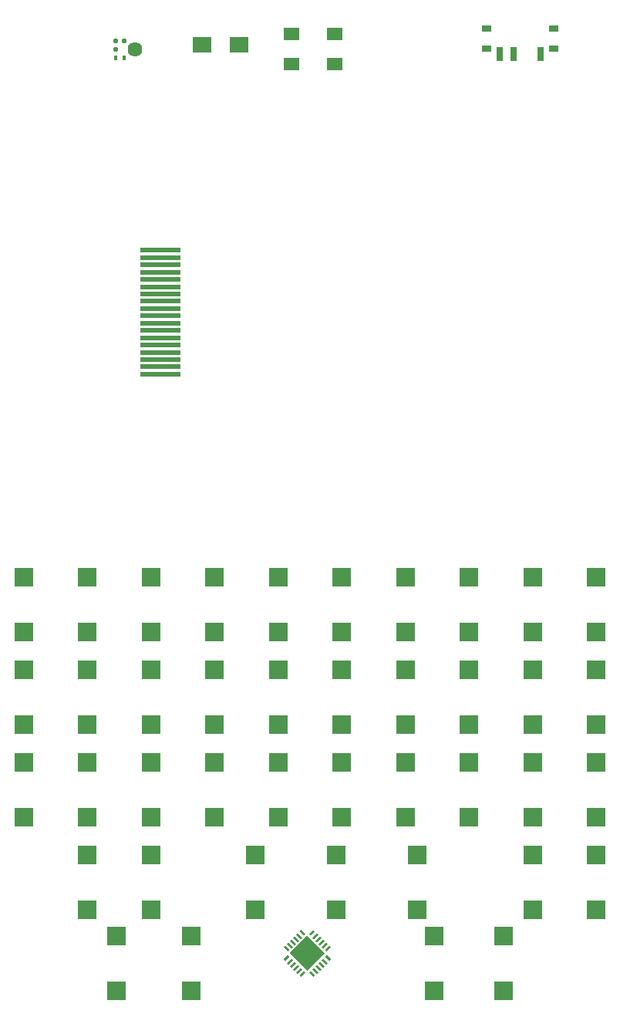
<source format=gbr>
G04 #@! TF.FileFunction,Paste,Top*
%FSLAX46Y46*%
G04 Gerber Fmt 4.6, Leading zero omitted, Abs format (unit mm)*
G04 Created by KiCad (PCBNEW 4.0.4-stable) date 12/16/18 15:37:44*
%MOMM*%
%LPD*%
G01*
G04 APERTURE LIST*
%ADD10C,0.100000*%
%ADD11R,4.400000X0.600000*%
%ADD12R,1.800000X1.400000*%
%ADD13R,2.000000X2.000000*%
%ADD14R,0.700000X1.500000*%
%ADD15R,1.000000X0.800000*%
%ADD16R,2.000000X1.700000*%
%ADD17R,0.459740X0.538480*%
%ADD18C,1.623060*%
%ADD19C,0.538480*%
G04 APERTURE END LIST*
D10*
D11*
X86126000Y-91136000D03*
X86126000Y-91936000D03*
X86126000Y-92736000D03*
X86126000Y-93536000D03*
X86126000Y-94336000D03*
X86126000Y-95136000D03*
X86126000Y-95936000D03*
X86126000Y-96736000D03*
X86126000Y-97536000D03*
X86126000Y-98336000D03*
X86126000Y-99136000D03*
X86126000Y-99936000D03*
X86126000Y-100736000D03*
X86126000Y-101536000D03*
X86126000Y-102336000D03*
X86126000Y-103136000D03*
X86126000Y-103936000D03*
X86126000Y-104736000D03*
D12*
X100470000Y-67438000D03*
X100470000Y-70738000D03*
X105270000Y-70738000D03*
X105270000Y-67438000D03*
D13*
X85090000Y-157465000D03*
X85090000Y-163465000D03*
X71120000Y-126985000D03*
X71120000Y-132985000D03*
X71120000Y-147305000D03*
X71120000Y-153305000D03*
X106045000Y-147305000D03*
X106045000Y-153305000D03*
X133985000Y-137145000D03*
X133985000Y-143145000D03*
X92075000Y-147305000D03*
X92075000Y-153305000D03*
X85090000Y-137145000D03*
X85090000Y-143145000D03*
X123825000Y-166355000D03*
X123825000Y-172355000D03*
X85090000Y-126985000D03*
X85090000Y-132985000D03*
X127000000Y-147305000D03*
X127000000Y-153305000D03*
X92075000Y-137145000D03*
X92075000Y-143145000D03*
X99060000Y-137145000D03*
X99060000Y-143145000D03*
X106045000Y-137145000D03*
X106045000Y-143145000D03*
X120015000Y-126985000D03*
X120015000Y-132985000D03*
D10*
G36*
X101386472Y-165835482D02*
X101563249Y-165658705D01*
X102058224Y-166153680D01*
X101881447Y-166330457D01*
X101386472Y-165835482D01*
X101386472Y-165835482D01*
G37*
G36*
X104179543Y-167921447D02*
X104674518Y-167426472D01*
X104851295Y-167603249D01*
X104356320Y-168098224D01*
X104179543Y-167921447D01*
X104179543Y-167921447D01*
G37*
G36*
X102411776Y-170396320D02*
X102588553Y-170219543D01*
X103083528Y-170714518D01*
X102906751Y-170891295D01*
X102411776Y-170396320D01*
X102411776Y-170396320D01*
G37*
G36*
X99618705Y-168946751D02*
X100113680Y-168451776D01*
X100290457Y-168628553D01*
X99795482Y-169123528D01*
X99618705Y-168946751D01*
X99618705Y-168946751D01*
G37*
G36*
X99972258Y-169300305D02*
X100467233Y-168805330D01*
X100644010Y-168982107D01*
X100149035Y-169477082D01*
X99972258Y-169300305D01*
X99972258Y-169300305D01*
G37*
G36*
X100325811Y-169653858D02*
X100820786Y-169158883D01*
X100997563Y-169335660D01*
X100502588Y-169830635D01*
X100325811Y-169653858D01*
X100325811Y-169653858D01*
G37*
G36*
X100679365Y-170007412D02*
X101174340Y-169512437D01*
X101351117Y-169689214D01*
X100856142Y-170184189D01*
X100679365Y-170007412D01*
X100679365Y-170007412D01*
G37*
G36*
X101032918Y-170360965D02*
X101527893Y-169865990D01*
X101704670Y-170042767D01*
X101209695Y-170537742D01*
X101032918Y-170360965D01*
X101032918Y-170360965D01*
G37*
G36*
X101386472Y-170714518D02*
X101881447Y-170219543D01*
X102058224Y-170396320D01*
X101563249Y-170891295D01*
X101386472Y-170714518D01*
X101386472Y-170714518D01*
G37*
G36*
X102765330Y-170042767D02*
X102942107Y-169865990D01*
X103437082Y-170360965D01*
X103260305Y-170537742D01*
X102765330Y-170042767D01*
X102765330Y-170042767D01*
G37*
G36*
X103118883Y-169689214D02*
X103295660Y-169512437D01*
X103790635Y-170007412D01*
X103613858Y-170184189D01*
X103118883Y-169689214D01*
X103118883Y-169689214D01*
G37*
G36*
X103472437Y-169335660D02*
X103649214Y-169158883D01*
X104144189Y-169653858D01*
X103967412Y-169830635D01*
X103472437Y-169335660D01*
X103472437Y-169335660D01*
G37*
G36*
X103825990Y-168982107D02*
X104002767Y-168805330D01*
X104497742Y-169300305D01*
X104320965Y-169477082D01*
X103825990Y-168982107D01*
X103825990Y-168982107D01*
G37*
G36*
X104179543Y-168628553D02*
X104356320Y-168451776D01*
X104851295Y-168946751D01*
X104674518Y-169123528D01*
X104179543Y-168628553D01*
X104179543Y-168628553D01*
G37*
G36*
X103825990Y-167567893D02*
X104320965Y-167072918D01*
X104497742Y-167249695D01*
X104002767Y-167744670D01*
X103825990Y-167567893D01*
X103825990Y-167567893D01*
G37*
G36*
X103472437Y-167214340D02*
X103967412Y-166719365D01*
X104144189Y-166896142D01*
X103649214Y-167391117D01*
X103472437Y-167214340D01*
X103472437Y-167214340D01*
G37*
G36*
X103118883Y-166860786D02*
X103613858Y-166365811D01*
X103790635Y-166542588D01*
X103295660Y-167037563D01*
X103118883Y-166860786D01*
X103118883Y-166860786D01*
G37*
G36*
X102765330Y-166507233D02*
X103260305Y-166012258D01*
X103437082Y-166189035D01*
X102942107Y-166684010D01*
X102765330Y-166507233D01*
X102765330Y-166507233D01*
G37*
G36*
X102411776Y-166153680D02*
X102906751Y-165658705D01*
X103083528Y-165835482D01*
X102588553Y-166330457D01*
X102411776Y-166153680D01*
X102411776Y-166153680D01*
G37*
G36*
X101032918Y-166189035D02*
X101209695Y-166012258D01*
X101704670Y-166507233D01*
X101527893Y-166684010D01*
X101032918Y-166189035D01*
X101032918Y-166189035D01*
G37*
G36*
X100679365Y-166542588D02*
X100856142Y-166365811D01*
X101351117Y-166860786D01*
X101174340Y-167037563D01*
X100679365Y-166542588D01*
X100679365Y-166542588D01*
G37*
G36*
X100325811Y-166896142D02*
X100502588Y-166719365D01*
X100997563Y-167214340D01*
X100820786Y-167391117D01*
X100325811Y-166896142D01*
X100325811Y-166896142D01*
G37*
G36*
X99972258Y-167249695D02*
X100149035Y-167072918D01*
X100644010Y-167567893D01*
X100467233Y-167744670D01*
X99972258Y-167249695D01*
X99972258Y-167249695D01*
G37*
G36*
X99618705Y-167603249D02*
X99795482Y-167426472D01*
X100290457Y-167921447D01*
X100113680Y-168098224D01*
X99618705Y-167603249D01*
X99618705Y-167603249D01*
G37*
G36*
X100290456Y-168275000D02*
X102235000Y-166330456D01*
X104179544Y-168275000D01*
X102235000Y-170219544D01*
X100290456Y-168275000D01*
X100290456Y-168275000D01*
G37*
D13*
X113030000Y-137145000D03*
X113030000Y-143145000D03*
X120015000Y-137145000D03*
X120015000Y-143145000D03*
X127000000Y-137145000D03*
X127000000Y-143145000D03*
X81280000Y-166355000D03*
X81280000Y-172355000D03*
X120015000Y-147305000D03*
X120015000Y-153305000D03*
X113030000Y-147305000D03*
X113030000Y-153305000D03*
X127000000Y-126985000D03*
X127000000Y-132985000D03*
X133985000Y-126985000D03*
X133985000Y-132985000D03*
X71120000Y-137145000D03*
X71120000Y-143145000D03*
X92075000Y-126985000D03*
X92075000Y-132985000D03*
X133985000Y-147305000D03*
X133985000Y-153305000D03*
X89535000Y-166355000D03*
X89535000Y-172355000D03*
X78105000Y-137145000D03*
X78105000Y-143145000D03*
X78105000Y-157465000D03*
X78105000Y-163465000D03*
X133985000Y-157465000D03*
X133985000Y-163465000D03*
X96520000Y-157465000D03*
X96520000Y-163465000D03*
X105410000Y-157465000D03*
X105410000Y-163465000D03*
X114300000Y-157465000D03*
X114300000Y-163465000D03*
X127000000Y-157465000D03*
X127000000Y-163465000D03*
X99060000Y-126985000D03*
X99060000Y-132985000D03*
X113030000Y-126985000D03*
X113030000Y-132985000D03*
X116205000Y-166355000D03*
X116205000Y-172355000D03*
X99060000Y-147305000D03*
X99060000Y-153305000D03*
X78105000Y-147305000D03*
X78105000Y-153305000D03*
X85090000Y-147305000D03*
X85090000Y-153305000D03*
X106045000Y-126985000D03*
X106045000Y-132985000D03*
X78105000Y-126985000D03*
X78105000Y-132985000D03*
D14*
X127853000Y-69629000D03*
X124853000Y-69629000D03*
X123353000Y-69629000D03*
D15*
X129253000Y-66769000D03*
X121953000Y-66769000D03*
X121953000Y-68979000D03*
X129253000Y-68979000D03*
D16*
X94710000Y-68580000D03*
X90710000Y-68580000D03*
D17*
X81206340Y-70015100D03*
X82092800Y-70017640D03*
D18*
X83312000Y-69088000D03*
D19*
X82092800Y-68158360D03*
X81208880Y-68158360D03*
X81211420Y-69088000D03*
D18*
X83312000Y-69088000D03*
M02*

</source>
